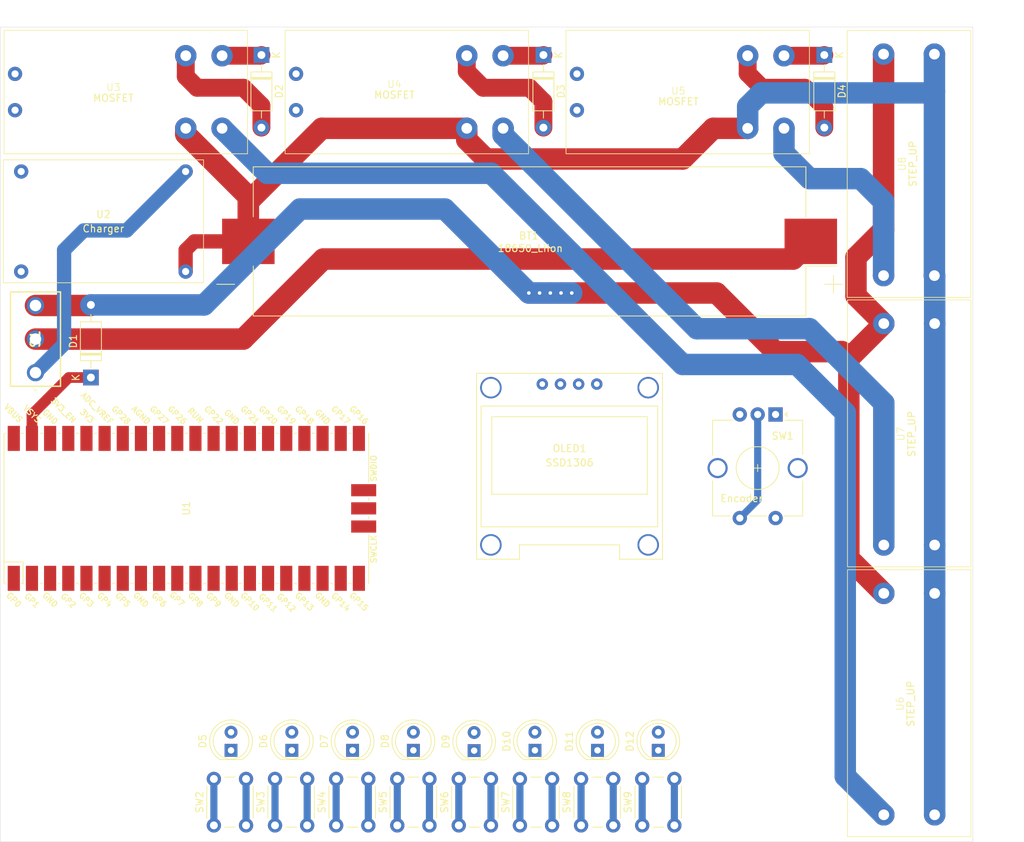
<source format=kicad_pcb>
(kicad_pcb (version 20240108) (generator "pcbnew") (generator_version "8.0")
  (title_block (title "LARS V2") (date "2024-04-01") (rev "1") (comment 1 "https://git.xythobuz.de/thomas/drumkit") (comment 2 "Licensed under the CERN-OHL-S-2.0+") (comment 4 "Copyright (c) 2024 Thomas Buck, Kauzerei"))
  (layers (0 "F.Cu" signal) (31 "B.Cu" signal) (34 "B.Paste" user) (35 "F.Paste" user) (36 "B.SilkS" user "B.Silkscreen") (37 "F.SilkS" user "F.Silkscreen") (38 "B.Mask" user) (39 "F.Mask" user) (44 "Edge.Cuts" user))
  (net 0 "")
  (net 3 "+BATT")
  (net 15 "Net-(D1-K)")
  (net 21 "Net-(U1-GPIO16)")
  (net 27 "GND")
  (net 29 "Net-(U1-GPIO17)")
  (net 44 "Net-(U1-GPIO18)")
  (net 45 "+3.3V")
  (net 46 "-BATT")
  (net 49 "unconnected-(SW2-Pad2)")
  (net 50 "unconnected-(SW2-Pad1)")
  (net 51 "unconnected-(SW3-Pad2)")
  (net 52 "unconnected-(SW3-Pad1)")
  (net 53 "unconnected-(SW4-Pad1)")
  (net 54 "unconnected-(SW4-Pad2)")
  (net 55 "unconnected-(SW5-Pad1)")
  (net 56 "unconnected-(SW5-Pad2)")
  (net 57 "Net-(D2-A)")
  (net 58 "Net-(D2-K)")
  (net 60 "Net-(D3-K)")
  (net 61 "Net-(D3-A)")
  (net 65 "Net-(D4-A)")
  (net 66 "Net-(D4-K)")
  (net 67 "Net-(U3-Vin+)")
  (net 69 "Net-(U4-Vin+)")
  (net 71 "Net-(U5-Vin+)")
  (net 72 "unconnected-(SW6-Pad2)")
  (net 73 "unconnected-(SW6-Pad1)")
  (net 74 "unconnected-(SW7-Pad1)")
  (net 75 "unconnected-(SW7-Pad2)")
  (net 76 "unconnected-(SW8-Pad1)")
  (net 77 "unconnected-(SW8-Pad2)")
  (net 78 "unconnected-(SW9-Pad2)")
  (net 79 "unconnected-(SW9-Pad1)")
  (net 100 "Net-(BT1-+)")
  (net 101 "Net-(S1-NO)")
  (footprint "Button_Switch_THT:SW_PUSH_6mm_H5mm" (layer "F.Cu") (at 112.7 152.5 90)
    (property "Reference" "SW2" (at 3.25 -2 -90) (layer "F.SilkS"))
    (property "Value" "SW_Push")
    (pad "1" thru_hole circle (at 0 0 180) (size 2 2) (drill 1.1) (layers "*.Cu" "*.Mask") (net 50 "unconnected-(SW2-Pad1)"))
    (pad "1" thru_hole circle (at 6.5 0 180) (size 2 2) (drill 1.1) (layers "*.Cu" "*.Mask") (net 50 "unconnected-(SW2-Pad1)"))
    (pad "2" thru_hole circle (at 0 4.5 180) (size 2 2) (drill 1.1) (layers "*.Cu" "*.Mask") (net 49 "unconnected-(SW2-Pad2)"))
    (pad "2" thru_hole circle (at 6.5 4.5 180) (size 2 2) (drill 1.1) (layers "*.Cu" "*.Mask") (net 49 "unconnected-(SW2-Pad2)"))
  )
  (footprint "chinese_modules:xy-mos" (layer "F.Cu") (at 117.406 41.244 180)
    (property "Reference" "U3" (at 18.76 -7.98 0) (layer "F.SilkS") (effects (font (thickness 0.1))))
    (property "Value" "MOSFET" (at 18.76 -9.48 0) (layer "F.SilkS"))
    (pad "1" thru_hole circle (at 3.556 -13.716 180) (size 3 3) (drill 1.5) (layers "*.Cu" "*.Mask") (net 67 "Net-(U3-Vin+)"))
    (pad "2" thru_hole circle (at 8.636 -13.716 180) (size 3 3) (drill 1.5) (layers "*.Cu" "*.Mask") (net 46 "-BATT"))
    (pad "3" thru_hole circle (at 3.556 -3.556 180) (size 3 3) (drill 1.5) (layers "*.Cu" "*.Mask") (net 58 "Net-(D2-K)"))
    (pad "4" thru_hole circle (at 8.636 -3.556 180) (size 3 3) (drill 1.5) (layers "*.Cu" "*.Mask") (net 57 "Net-(D2-A)"))
    (pad "5" thru_hole circle (at 32.512 -11.176 180) (size 2 2) (drill 1) (layers "*.Cu" "*.Mask"))
    (pad "6" thru_hole circle (at 32.512 -6.096 180) (size 2 2) (drill 1) (layers "*.Cu" "*.Mask"))
  )
  (footprint "Button_Switch_THT:SW_PUSH_6mm_H5mm" (layer "F.Cu") (at 121.25 152.5 90)
    (property "Reference" "SW3" (at 3.25 -2 -90) (layer "F.SilkS"))
    (property "Value" "SW_Push")
    (pad "1" thru_hole circle (at 0 0 180) (size 2 2) (drill 1.1) (layers "*.Cu" "*.Mask") (net 52 "unconnected-(SW3-Pad1)"))
    (pad "1" thru_hole circle (at 6.5 0 180) (size 2 2) (drill 1.1) (layers "*.Cu" "*.Mask") (net 52 "unconnected-(SW3-Pad1)"))
    (pad "2" thru_hole circle (at 0 4.5 180) (size 2 2) (drill 1.1) (layers "*.Cu" "*.Mask") (net 51 "unconnected-(SW3-Pad2)"))
    (pad "2" thru_hole circle (at 6.5 4.5 180) (size 2 2) (drill 1.1) (layers "*.Cu" "*.Mask") (net 51 "unconnected-(SW3-Pad2)"))
  )
  (footprint "Diode_THT:D_DO-41_SOD81_P10.16mm_Horizontal" (layer "F.Cu") (at 198.068 44.7 -90)
    (property "Reference" "D4" (at 5.08 -2.47 90) (layer "F.SilkS"))
    (property "Value" "1N5819")
    (fp_text user "K" (at 0 -2.1 90) (layer "F.SilkS"))
    (pad "1" thru_hole rect (at 0 0 270) (size 2.2 2.2) (drill 1.1) (layers "*.Cu" "*.Mask") (net 66 "Net-(D4-K)"))
    (pad "2" thru_hole oval (at 10.16 0 270) (size 2.2 2.2) (drill 1.1) (layers "*.Cu" "*.Mask") (net 65 "Net-(D4-A)"))
  )
  (footprint "chinese_modules:dc-dc module" (layer "F.Cu") (at 208.388 57.28 -90)
    (property "Reference" "U8" (at 2.652 -0.556 90) (layer "F.SilkS") (effects (font (thickness 0.1))))
    (property "Value" "STEP_UP" (at 2.652 -2.056 90) (layer "F.SilkS"))
    (pad "1" thru_hole circle (at -12.7 -5.08 270) (size 3 3) (drill 1.5) (layers "*.Cu" "*.Mask") (net 46 "-BATT"))
    (pad "2" thru_hole circle (at -12.7 2.032 270) (size 3 3) (drill 1.5) (layers "*.Cu" "*.Mask") (net 3 "+BATT"))
    (pad "3" thru_hole circle (at 18.288 -5.08 270) (size 3 3) (drill 1.5) (layers "*.Cu" "*.Mask") (net 46 "-BATT"))
    (pad "4" thru_hole circle (at 18.288 2.032 270) (size 3 3) (drill 1.5) (layers "*.Cu" "*.Mask") (net 71 "Net-(U5-Vin+)"))
  )
  (footprint "Button_Switch_THT:SW_PUSH_6mm_H5mm" (layer "F.Cu") (at 155.5 152.5 90)
    (property "Reference" "SW7" (at 3.25 -2 -90) (layer "F.SilkS"))
    (property "Value" "SW_Push")
    (pad "1" thru_hole circle (at 0 0 180) (size 2 2) (drill 1.1) (layers "*.Cu" "*.Mask") (net 74 "unconnected-(SW7-Pad1)"))
    (pad "1" thru_hole circle (at 6.5 0 180) (size 2 2) (drill 1.1) (layers "*.Cu" "*.Mask") (net 74 "unconnected-(SW7-Pad1)"))
    (pad "2" thru_hole circle (at 0 4.5 180) (size 2 2) (drill 1.1) (layers "*.Cu" "*.Mask") (net 75 "unconnected-(SW7-Pad2)"))
    (pad "2" thru_hole circle (at 6.5 4.5 180) (size 2 2) (drill 1.1) (layers "*.Cu" "*.Mask") (net 75 "unconnected-(SW7-Pad2)"))
  )
  (footprint "Rotary_Encoder:RotaryEncoder_Alps_EC12E-Switch_Vertical_H20mm_CircularMountingHoles" (layer "F.Cu") (at 191.25 95 -90)
    (property "Reference" "SW1" (at 3 -1 180) (layer "F.SilkS"))
    (property "Value" "Encoder" (at 11.75 4.75 180) (layer "F.SilkS"))
    (pad "A" thru_hole rect (at 0 0 270) (size 2 2) (drill 1) (layers "*.Cu" "*.Mask") (net 29 "Net-(U1-GPIO17)"))
    (pad "B" thru_hole circle (at 0 5 270) (size 2 2) (drill 1) (layers "*.Cu" "*.Mask") (net 44 "Net-(U1-GPIO18)"))
    (pad "C" thru_hole circle (at 0 2.5 270) (size 2 2) (drill 1) (layers "*.Cu" "*.Mask") (net 27 "GND"))
    (pad "MP" thru_hole circle (at 7.5 -3.1 270) (size 2.8 2.8) (drill 2.2) (layers "*.Cu" "*.Mask"))
    (pad "MP" thru_hole circle (at 7.5 8.1 270) (size 2.8 2.8) (drill 2.2) (layers "*.Cu" "*.Mask"))
    (pad "S1" thru_hole circle (at 14.5 0 270) (size 2 2) (drill 1) (layers "*.Cu" "*.Mask") (net 21 "Net-(U1-GPIO16)"))
    (pad "S2" thru_hole circle (at 14.5 5 270) (size 2 2) (drill 1) (layers "*.Cu" "*.Mask") (net 27 "GND"))
  )
  (footprint "Button_Switch_THT:SW_PUSH_6mm_H5mm" (layer "F.Cu") (at 138.35 152.5 90)
    (property "Reference" "SW5" (at 3.25 -2 -90) (layer "F.SilkS"))
    (property "Value" "SW_Push")
    (pad "1" thru_hole circle (at 0 0 180) (size 2 2) (drill 1.1) (layers "*.Cu" "*.Mask") (net 55 "unconnected-(SW5-Pad1)"))
    (pad "1" thru_hole circle (at 6.5 0 180) (size 2 2) (drill 1.1) (layers "*.Cu" "*.Mask") (net 55 "unconnected-(SW5-Pad1)"))
    (pad "2" thru_hole circle (at 0 4.5 180) (size 2 2) (drill 1.1) (layers "*.Cu" "*.Mask") (net 56 "unconnected-(SW5-Pad2)"))
    (pad "2" thru_hole circle (at 6.5 4.5 180) (size 2 2) (drill 1.1) (layers "*.Cu" "*.Mask") (net 56 "unconnected-(SW5-Pad2)"))
  )
  (footprint "Button_Switch_THT:SW_PUSH_6mm_H5mm" (layer "F.Cu") (at 129.8 152.5 90)
    (property "Reference" "SW4" (at 3.25 -2 -90) (layer "F.SilkS"))
    (property "Value" "SW_Push")
    (pad "1" thru_hole circle (at 0 0 180) (size 2 2) (drill 1.1) (layers "*.Cu" "*.Mask") (net 53 "unconnected-(SW4-Pad1)"))
    (pad "1" thru_hole circle (at 6.5 0 180) (size 2 2) (drill 1.1) (layers "*.Cu" "*.Mask") (net 53 "unconnected-(SW4-Pad1)"))
    (pad "2" thru_hole circle (at 0 4.5 180) (size 2 2) (drill 1.1) (layers "*.Cu" "*.Mask") (net 54 "unconnected-(SW4-Pad2)"))
    (pad "2" thru_hole circle (at 6.5 4.5 180) (size 2 2) (drill 1.1) (layers "*.Cu" "*.Mask") (net 54 "unconnected-(SW4-Pad2)"))
  )
  (footprint "KiCad-RP-Pico:RPi_Pico_SMD_only" (layer "F.Cu") (at 108.85 108.14 90)
    (property "Reference" "U1" (at 0 0 90) (layer "F.SilkS"))
    (property "Value" "Pico")
    (fp_text user "GP21" (at 13.054 8.9 135) (layer "F.SilkS") (effects (font (size 0.8 0.8))))
    (fp_text user "GP3" (at -12.8 -13.97 135) (layer "F.SilkS") (effects (font (size 0.8 0.8))))
    (fp_text user "GND" (at -12.8 -6.35 135) (layer "F.SilkS") (effects (font (size 0.8 0.8))))
    (fp_text user "GP15" (at -13.054 24.13 135) (layer "F.SilkS") (effects (font (size 0.8 0.8))))
    (fp_text user "GP19" (at 13.054 13.97 135) (layer "F.SilkS") (effects (font (size 0.8 0.8))))
    (fp_text user "GND" (at 12.8 6.35 135) (layer "F.SilkS") (effects (font (size 0.8 0.8))))
    (fp_text user "VBUS" (at 13.3 -24.2 135) (layer "F.SilkS") (effects (font (size 0.8 0.8))))
    (fp_text user "RUN" (at 13 1.27 135) (layer "F.SilkS") (effects (font (size 0.8 0.8))))
    (fp_text user "GP28" (at 13.054 -9.144 135) (layer "F.SilkS") (effects (font (size 0.8 0.8))))
    (fp_text user "GP0" (at -12.8 -24.13 135) (layer "F.SilkS") (effects (font (size 0.8 0.8))))
    (fp_text user "GP1" (at -12.9 -21.6 135) (layer "F.SilkS") (effects (font (size 0.8 0.8))))
    (fp_text user "GP27" (at 13.054 -3.8 135) (layer "F.SilkS") (effects (font (size 0.8 0.8))))
    (fp_text user "GND" (at -12.8 19.05 135) (layer "F.SilkS") (effects (font (size 0.8 0.8))))
    (fp_text user "3V3" (at 12.9 -13.9 135) (layer "F.SilkS") (effects (font (size 0.8 0.8))))
    (fp_text user "GP14" (at -13.1 21.59 135) (layer "F.SilkS") (effects (font (size 0.8 0.8))))
    (fp_text user "ADC_VREF" (at 14 -12.5 135) (layer "F.SilkS") (effects (font (size 0.8 0.8))))
    (fp_text user "GP12" (at -13.2 13.97 135) (layer "F.SilkS") (effects (font (size 0.8 0.8))))
    (fp_text user "GP16" (at 13.054 24.13 135) (layer "F.SilkS") (effects (font (size 0.8 0.8))))
    (fp_text user "GP18" (at 13.054 16.51 135) (layer "F.SilkS") (effects (font (size 0.8 0.8))))
    (fp_text user "GP26" (at 13.054 -1.27 135) (layer "F.SilkS") (effects (font (size 0.8 0.8))))
    (fp_text user "3V3_EN" (at 13.7 -17.2 135) (layer "F.SilkS") (effects (font (size 0.8 0.8))))
    (fp_text user "GP8" (at -12.8 1.27 135) (layer "F.SilkS") (effects (font (size 0.8 0.8))))
    (fp_text user "GP9" (at -12.8 3.81 135) (layer "F.SilkS") (effects (font (size 0.8 0.8))))
    (fp_text user "SWDIO" (at 5.6 26.2 90) (layer "F.SilkS") (effects (font (size 0.8 0.8))))
    (fp_text user "AGND" (at 13.054 -6.35 135) (layer "F.SilkS") (effects (font (size 0.8 0.8))))
    (fp_text user "GP10" (at -13.054 8.89 135) (layer "F.SilkS") (effects (font (size 0.8 0.8))))
    (fp_text user "GND" (at 12.8 19.05 135) (layer "F.SilkS") (effects (font (size 0.8 0.8))))
    (fp_text user "GP11" (at -13.2 11.43 135) (layer "F.SilkS") (effects (font (size 0.8 0.8))))
    (fp_text user "GP17" (at 13.054 21.59 135) (layer "F.SilkS") (effects (font (size 0.8 0.8))))
    (fp_text user "GP13" (at -13.054 16.51 135) (layer "F.SilkS") (effects (font (size 0.8 0.8))))
    (fp_text user "GP2" (at -12.9 -16.51 135) (layer "F.SilkS") (effects (font (size 0.8 0.8))))
    (fp_text user "SWCLK" (at -5.7 26.2 90) (layer "F.SilkS") (effects (font (size 0.8 0.8))))
    (fp_text user "GP20" (at 13.054 11.43 135) (layer "F.SilkS") (effects (font (size 0.8 0.8))))
    (fp_text user "GND" (at 12.8 -19.05 135) (layer "F.SilkS") (effects (font (size 0.8 0.8))))
    (fp_text user "GP5" (at -12.8 -8.89 135) (layer "F.SilkS") (effects (font (size 0.8 0.8))))
    (fp_text user "GND" (at -12.8 6.35 135) (layer "F.SilkS") (effects (font (size 0.8 0.8))))
    (fp_text user "GP7" (at -12.7 -1.3 135) (layer "F.SilkS") (effects (font (size 0.8 0.8))))
    (fp_text user "GP6" (at -12.8 -3.81 135) (layer "F.SilkS") (effects (font (size 0.8 0.8))))
    (fp_text user "GP22" (at 13.054 3.81 135) (layer "F.SilkS") (effects (font (size 0.8 0.8))))
    (fp_text user "GP4" (at -12.8 -11.43 135) (layer "F.SilkS") (effects (font (size 0.8 0.8))))
    (fp_text user "GND" (at -12.8 -19.05 135) (layer "F.SilkS") (effects (font (size 0.8 0.8))))
    (fp_text user "VSYS" (at 13.2 -21.59 135) (layer "F.SilkS") (effects (font (size 0.8 0.8))))
    (pad "" np_thru_hole oval (at -2.725 -24 90) (size 1.8 1.8) (drill 1.8) (layers "*.Cu" "*.Mask"))
    (pad "" np_thru_hole oval (at -2.425 -20.97 90) (size 1.5 1.5) (drill 1.5) (layers "*.Cu" "*.Mask"))
    (pad "" np_thru_hole oval (at 2.425 -20.97 90) (size 1.5 1.5) (drill 1.5) (layers "*.Cu" "*.Mask"))
    (pad "" np_thru_hole oval (at 2.725 -24 90) (size 1.8 1.8) (drill 1.8) (layers "*.Cu" "*.Mask"))
    (pad "1" smd rect (at -8.89 -24.13 90) (size 3.5 1.7) (drill (offset -0.9 0)) (layers "F.Cu" "F.Mask"))
    (pad "2" smd rect (at -8.89 -21.59 90) (size 3.5 1.7) (drill (offset -0.9 0)) (layers "F.Cu" "F.Mask"))
    (pad "3" smd rect (at -8.89 -19.05 90) (size 3.5 1.7) (drill (offset -0.9 0)) (layers "F.Cu" "F.Mask"))
    (pad "4" smd rect (at -8.89 -16.51 90) (size 3.5 1.7) (drill (offset -0.9 0)) (layers "F.Cu" "F.Mask"))
    (pad "5" smd rect (at -8.89 -13.97 90) (size 3.5 1.7) (drill (offset -0.9 0)) (layers "F.Cu" "F.Mask"))
    (pad "6" smd rect (at -8.89 -11.43 90) (size 3.5 1.7) (drill (offset -0.9 0)) (layers "F.Cu" "F.Mask"))
    (pad "7" smd rect (at -8.89 -8.89 90) (size 3.5 1.7) (drill (offset -0.9 0)) (layers "F.Cu" "F.Mask"))
    (pad "8" smd rect (at -8.89 -6.35 90) (size 3.5 1.7) (drill (offset -0.9 0)) (layers "F.Cu" "F.Mask"))
    (pad "9" smd rect (at -8.89 -3.81 90) (size 3.5 1.7) (drill (offset -0.9 0)) (layers "F.Cu" "F.Mask"))
    (pad "10" smd rect (at -8.89 -1.27 90) (size 3.5 1.7) (drill (offset -0.9 0)) (layers "F.Cu" "F.Mask"))
    (pad "11" smd rect (at -8.89 1.27 90) (size 3.5 1.7) (drill (offset -0.9 0)) (layers "F.Cu" "F.Mask"))
    (pad "12" smd rect (at -8.89 3.81 90) (size 3.5 1.7) (drill (offset -0.9 0)) (layers "F.Cu" "F.Mask"))
    (pad "13" smd rect (at -8.89 6.35 90) (size 3.5 1.7) (drill (offset -0.9 0)) (layers "F.Cu" "F.Mask"))
    (pad "14" smd rect (at -8.89 8.89 90) (size 3.5 1.7) (drill (offset -0.9 0)) (layers "F.Cu" "F.Mask"))
    (pad "15" smd rect (at -8.89 11.43 90) (size 3.5 1.7) (drill (offset -0.9 0)) (layers "F.Cu" "F.Mask"))
    (pad "16" smd rect (at -8.89 13.97 90) (size 3.5 1.7) (drill (offset -0.9 0)) (layers "F.Cu" "F.Mask"))
    (pad "17" smd rect (at -8.89 16.51 90) (size 3.5 1.7) (drill (offset -0.9 0)) (layers "F.Cu" "F.Mask"))
    (pad "18" smd rect (at -8.89 19.05 90) (size 3.5 1.7) (drill (offset -0.9 0)) (layers "F.Cu" "F.Mask"))
    (pad "19" smd rect (at -8.89 21.59 90) (size 3.5 1.7) (drill (offset -0.9 0)) (layers "F.Cu" "F.Mask"))
    (pad "20" smd rect (at -8.89 24.13 90) (size 3.5 1.7) (drill (offset -0.9 0)) (layers "F.Cu" "F.Mask"))
    (pad "21" smd rect (at 8.89 24.13 90) (size 3.5 1.7) (drill (offset 0.9 0)) (layers "F.Cu" "F.Mask") (net 21 "Net-(U1-GPIO16)"))
    (pad "22" smd rect (at 8.89 21.59 90) (size 3.5 1.7) (drill (offset 0.9 0)) (layers "F.Cu" "F.Mask") (net 29 "Net-(U1-GPIO17)"))
    (pad "23" smd rect (at 8.89 19.05 90) (size 3.5 1.7) (drill (offset 0.9 0)) (layers "F.Cu" "F.Mask"))
    (pad "24" smd rect (at 8.89 16.51 90) (size 3.5 1.7) (drill (offset 0.9 0)) (layers "F.Cu" "F.Mask") (net 44 "Net-(U1-GPIO18)"))
    (pad "25" smd rect (at 8.89 13.97 90) (size 3.5 1.7) (drill (offset 0.9 0)) (layers "F.Cu" "F.Mask"))
    (pad "26" smd rect (at 8.89 11.43 90) (size 3.5 1.7) (drill (offset 0.9 0)) (layers "F.Cu" "F.Mask"))
    (pad "27" smd rect (at 8.89 8.89 90) (size 3.5 1.7) (drill (offset 0.9 0)) (layers "F.Cu" "F.Mask"))
    (pad "28" smd rect (at 8.89 6.35 90) (size 3.5 1.7) (drill (offset 0.9 0)) (layers "F.Cu" "F.Mask"))
    (pad "29" smd rect (at 8.89 3.81 90) (size 3.5 1.7) (drill (offset 0.9 0)) (layers "F.Cu" "F.Mask"))
    (pad "30" smd rect (at 8.89 1.27 90) (size 3.5 1.7) (drill (offset 0.9 0)) (layers "F.Cu" "F.Mask"))
    (pad "31" smd rect (at 8.89 -1.27 90) (size 3.5 1.7) (drill (offset 0.9 0)) (layers "F.Cu" "F.Mask"))
    (pad "32" smd rect (at 8.89 -3.81 90) (size 3.5 1.7) (drill (offset 0.9 0)) (layers "F.Cu" "F.Mask"))
    (pad "33" smd rect (at 8.89 -6.35 90) (size 3.5 1.7) (drill (offset 0.9 0)) (layers "F.Cu" "F.Mask"))
    (pad "34" smd rect (at 8.89 -8.89 90) (size 3.5 1.7) (drill (offset 0.9 0)) (layers "F.Cu" "F.Mask"))
    (pad "35" smd rect (at 8.89 -11.43 90) (size 3.5 1.7) (drill (offset 0.9 0)) (layers "F.Cu" "F.Mask"))
    (pad "36" smd rect (at 8.89 -13.97 90) (size 3.5 1.7) (drill (offset 0.9 0)) (layers "F.Cu" "F.Mask") (net 45 "+3.3V"))
    (pad "37" smd rect (at 8.89 -16.51 90) (size 3.5 1.7) (drill (offset 0.9 0)) (layers "F.Cu" "F.Mask"))
    (pad "38" smd rect (at 8.89 -19.05 90) (size 3.5 1.7) (drill (offset 0.9 0)) (layers "F.Cu" "F.Mask"))
    (pad "39" smd rect (at 8.89 -21.59 90) (size 3.5 1.7) (drill (offset 0.9 0)) (layers "F.Cu" "F.Mask") (net 15 "Net-(D1-K)"))
    (pad "40" smd rect (at 8.89 -24.13 90) (size 3.5 1.7) (drill (offset 0.9 0)) (layers "F.Cu" "F.Mask"))
    (pad "41" smd rect (at -2.54 23.9 180) (size 3.5 1.7) (drill (offset -0.9 0)) (layers "F.Cu" "F.Mask"))
    (pad "42" smd rect (at 0 23.9 180) (size 3.5 1.7) (drill (offset -0.9 0)) (layers "F.Cu" "F.Mask"))
    (pad "43" smd rect (at 2.54 23.9 180) (size 3.5 1.7) (drill (offset -0.9 0)) (layers "F.Cu" "F.Mask"))
  )
  (footprint "chinese_modules:dc-dc module" (layer "F.Cu") (at 208.42 94.98 -90)
    (property "Reference" "U7" (at 2.752 -0.364 90) (layer "F.SilkS") (effects (font (thickness 0.1))))
    (property "Value" "STEP_UP" (at 2.752 -1.864 90) (layer "F.SilkS"))
    (pad "1" thru_hole circle (at -12.7 -5.08 270) (size 3 3) (drill 1.5) (layers "*.Cu" "*.Mask") (net 46 "-BATT"))
    (pad "2" thru_hole circle (at -12.7 2.032 270) (size 3 3) (drill 1.5) (layers "*.Cu" "*.Mask") (net 3 "+BATT"))
    (pad "3" thru_hole circle (at 18.288 -5.08 270) (size 3 3) (drill 1.5) (layers "*.Cu" "*.Mask") (net 46 "-BATT"))
    (pad "4" thru_hole circle (at 18.288 2.032 270) (size 3 3) (drill 1.5) (layers "*.Cu" "*.Mask") (net 69 "Net-(U4-Vin+)"))
  )
  (footprint "Diode_THT:D_DO-41_SOD81_P10.16mm_Horizontal" (layer "F.Cu") (at 119.35 44.7 -90)
    (property "Reference" "D2" (at 5.08 -2.47 90) (layer "F.SilkS"))
    (property "Value" "1N5819")
    (fp_text user "K" (at 0 -2.1 90) (layer "F.SilkS"))
    (pad "1" thru_hole rect (at 0 0 270) (size 2.2 2.2) (drill 1.1) (layers "*.Cu" "*.Mask") (net 58 "Net-(D2-K)"))
    (pad "2" thru_hole oval (at 10.16 0 270) (size 2.2 2.2) (drill 1.1) (layers "*.Cu" "*.Mask") (net 57 "Net-(D2-A)"))
  )
  (footprint "LED_THT:LED_D5.0mm" (layer "F.Cu") (at 174.85 142 90)
    (property "Reference" "D12" (at 1.27 -3.96 -90) (layer "F.SilkS"))
    (property "Value" "LED")
    (pad "1" thru_hole rect (at 0 0 90) (size 1.8 1.8) (drill 0.9) (layers "*.Cu" "*.Mask"))
    (pad "2" thru_hole circle (at 2.54 0 90) (size 1.8 1.8) (drill 0.9) (layers "*.Cu" "*.Mask"))
  )
  (footprint "chinese_modules:xy-mos" (layer "F.Cu") (at 195.986 41.244 180)
    (property "Reference" "U5" (at 18.324 -8.476 0) (layer "F.SilkS") (effects (font (thickness 0.1))))
    (property "Value" "MOSFET" (at 18.324 -9.976 0) (layer "F.SilkS"))
    (pad "1" thru_hole circle (at 3.556 -13.716 180) (size 3 3) (drill 1.5) (layers "*.Cu" "*.Mask") (net 71 "Net-(U5-Vin+)"))
    (pad "2" thru_hole circle (at 8.636 -13.716 180) (size 3 3) (drill 1.5) (layers "*.Cu" "*.Mask") (net 46 "-BATT"))
    (pad "3" thru_hole circle (at 3.556 -3.556 180) (size 3 3) (drill 1.5) (layers "*.Cu" "*.Mask") (net 66 "Net-(D4-K)"))
    (pad "4" thru_hole circle (at 8.636 -3.556 180) (size 3 3) (drill 1.5) (layers "*.Cu" "*.Mask") (net 65 "Net-(D4-A)"))
    (pad "5" thru_hole circle (at 32.512 -11.176 180) (size 2 2) (drill 1) (layers "*.Cu" "*.Mask"))
    (pad "6" thru_hole circle (at 32.512 -6.096 180) (size 2 2) (drill 1) (layers "*.Cu" "*.Mask"))
  )
  (footprint "ssd1306:SSD1306_0.96_Oled" (layer "F.Cu") (at 149.44 115.25)
    (property "Reference" "OLED1" (at 13 -15.5 0) (layer "F.SilkS"))
    (property "Value" "SSD1306" (at 13 -13.5 0) (layer "F.SilkS"))
    (pad "" np_thru_hole circle (at 2 -24) (size 3 3) (drill 2.5) (layers "F&B.Cu" "*.Mask"))
    (pad "" np_thru_hole circle (at 2 -2) (size 3 3) (drill 2.5) (layers "F&B.Cu" "*.Mask"))
    (pad "" np_thru_hole circle (at 24 -24) (size 3 3) (drill 2.5) (layers "F&B.Cu" "*.Mask"))
    (pad "" np_thru_hole circle (at 24 -2) (size 3 3) (drill 2.5) (layers "F&B.Cu" "*.Mask"))
    (pad "1" thru_hole circle (at 9.19 -24.5) (size 1.6 1.6) (drill 0.8) (layers "*.Cu" "*.Mask"))
    (pad "2" thru_hole circle (at 11.73 -24.5) (size 1.6 1.6) (drill 0.8) (layers "*.Cu" "*.Mask"))
    (pad "3" thru_hole circle (at 14.27 -24.5) (size 1.6 1.6) (drill 0.8) (layers "*.Cu" "*.Mask"))
    (pad "4" thru_hole circle (at 16.81 -24.5) (size 1.6 1.6) (drill 0.8) (layers "*.Cu" "*.Mask"))
  )
  (footprint "LED_THT:LED_D5.0mm" (layer "F.Cu") (at 149.1 142.04 90)
    (property "Reference" "D9" (at 1.27 -3.96 -90) (layer "F.SilkS"))
    (property "Value" "LED")
    (pad "1" thru_hole rect (at 0 0 90) (size 1.8 1.8) (drill 0.9) (layers "*.Cu" "*.Mask"))
    (pad "2" thru_hole circle (at 2.54 0 90) (size 1.8 1.8) (drill 0.9) (layers "*.Cu" "*.Mask"))
  )
  (footprint "Diode_THT:D_DO-41_SOD81_P10.16mm_Horizontal" (layer "F.Cu") (at 95.5 89.83 90)
    (property "Reference" "D1" (at 5.08 -2.47 -90) (layer "F.SilkS"))
    (property "Value" "1N5819")
    (fp_text user "K" (at 0 -2.1 -90) (layer "F.SilkS"))
    (pad "1" thru_hole rect (at 0 0 90) (size 2.2 2.2) (drill 1.1) (layers "*.Cu" "*.Mask") (net 15 "Net-(D1-K)"))
    (pad "2" thru_hole oval (at 10.16 0 90) (size 2.2 2.2) (drill 1.1) (layers "*.Cu" "*.Mask") (net 3 "+BATT"))
  )
  (footprint "Battery:BatteryHolder_Keystone_1042_1x18650" (layer "F.Cu") (at 156.85 70.78 180)
    (property "Reference" "BT1" (at 0.1 0.78 180) (layer "F.SilkS"))
    (property "Value" "18650_LiIon" (at -0.1 -0.97 180) (layer "F.SilkS"))
    (pad "" np_thru_hole circle (at -35.93 -8 180) (size 2.39 2.39) (drill 2.39) (layers "*.Cu" "*.Mask"))
    (pad "" np_thru_hole circle (at -27.6 8 180) (size 3.45 3.45) (drill 3.45) (layers "*.Cu" "*.Mask"))
    (pad "" np_thru_hole circle (at 27.6 -8 180) (size 3.45 3.45) (drill 3.45) (layers "*.Cu" "*.Mask"))
    (pad "1" smd rect (at -39.33 0 180) (size 7.34 6.35) (layers "F.Cu" "F.Paste" "F.Mask") (net 100 "Net-(BT1-+)"))
    (pad "2" smd rect (at 39.33 0 180) (size 7.34 6.35) (layers "F.Cu" "F.Paste" "F.Mask") (net 46 "-BATT"))
  )
  (footprint "Button_Switch_THT:SW_PUSH_6mm_H5mm" (layer "F.Cu") (at 164.05 152.5 90)
    (property "Reference" "SW8" (at 3.25 -2 -90) (layer "F.SilkS"))
    (property "Value" "SW_Push")
    (pad "1" thru_hole circle (at 0 0 180) (size 2 2) (drill 1.1) (layers "*.Cu" "*.Mask") (net 76 "unconnected-(SW8-Pad1)"))
    (pad "1" thru_hole circle (at 6.5 0 180) (size 2 2) (drill 1.1) (layers "*.Cu" "*.Mask") (net 76 "unconnected-(SW8-Pad1)"))
    (pad "2" thru_hole circle (at 0 4.5 180) (size 2 2) (drill 1.1) (layers "*.Cu" "*.Mask") (net 77 "unconnected-(SW8-Pad2)"))
    (pad "2" thru_hole circle (at 6.5 4.5 180) (size 2 2) (drill 1.1) (layers "*.Cu" "*.Mask") (net 77 "unconnected-(SW8-Pad2)"))
  )
  (footprint "Diode_THT:D_DO-41_SOD81_P10.16mm_Horizontal" (layer "F.Cu") (at 158.786 44.7 -90)
    (property "Reference" "D3" (at 5.08 -2.47 90) (layer "F.SilkS"))
    (property "Value" "1N5819")
    (fp_text user "K" (at 0 -2.1 90) (layer "F.SilkS"))
    (pad "1" thru_hole rect (at 0 0 270) (size 2.2 2.2) (drill 1.1) (layers "*.Cu" "*.Mask") (net 60 "Net-(D3-K)"))
    (pad "2" thru_hole oval (at 10.16 0 270) (size 2.2 2.2) (drill 1.1) (layers "*.Cu" "*.Mask") (net 61 "Net-(D3-A)"))
  )
  (footprint "LED_THT:LED_D5.0mm" (layer "F.Cu") (at 157.6 142 90)
    (property "Reference" "D10" (at 1.27 -3.96 -90) (layer "F.SilkS"))
    (property "Value" "LED")
    (pad "1" thru_hole rect (at 0 0 90) (size 1.8 1.8) (drill 0.9) (layers "*.Cu" "*.Mask"))
    (pad "2" thru_hole circle (at 2.54 0 90) (size 1.8 1.8) (drill 0.9) (layers "*.Cu" "*.Mask"))
  )
  (footprint "LED_THT:LED_D5.0mm" (layer "F.Cu") (at 115.1 142 90)
    (property "Reference" "D5" (at 1.27 -3.96 -90) (layer "F.SilkS"))
    (property "Value" "LED")
    (pad "1" thru_hole rect (at 0 0 90) (size 1.8 1.8) (drill 0.9) (layers "*.Cu" "*.Mask"))
    (pad "2" thru_hole circle (at 2.54 0 90) (size 1.8 1.8) (drill 0.9) (layers "*.Cu" "*.Mask"))
  )
  (footprint "5236ab:5236AB" (layer "F.Cu") (at 87.75 89.15 90)
    (property "Reference" "S1" (at 4.7 0 -90) (layer "F.SilkS") (effects (font (size 1.27 1.27) (thickness 0.254))))
    (property "Value" "5236AB" (hide yes))
    (pad "1" thru_hole circle (at 0 0 90) (size 2.4 2.4) (drill 1.6) (layers "*.Cu" "*.Mask") (net 101 "Net-(S1-NO)"))
    (pad "2" thru_hole circle (at 4.7 0 90) (size 2.4 2.4) (drill 1.6) (layers "*.Cu" "*.Mask") (net 100 "Net-(BT1-+)"))
    (pad "3" thru_hole circle (at 9.4 0 90) (size 2.4 2.4) (drill 1.6) (layers "*.Cu" "*.Mask") (net 3 "+BATT"))
  )
  (footprint "LED_THT:LED_D5.0mm" (layer "F.Cu") (at 123.6 142 90)
    (property "Reference" "D6" (at 1.27 -3.96 -90) (layer "F.SilkS"))
    (property "Value" "LED")
    (pad "1" thru_hole rect (at 0 0 90) (size 1.8 1.8) (drill 0.9) (layers "*.Cu" "*.Mask"))
    (pad "2" thru_hole circle (at 2.54 0 90) (size 1.8 1.8) (drill 0.9) (layers "*.Cu" "*.Mask"))
  )
  (footprint "Button_Switch_THT:SW_PUSH_6mm_H5mm" (layer "F.Cu") (at 146.95 152.5 90)
    (property "Reference" "SW6" (at 3.25 -2 -90) (layer "F.SilkS"))
    (property "Value" "SW_Push")
    (pad "1" thru_hole circle (at 0 0 180) (size 2 2) (drill 1.1) (layers "*.Cu" "*.Mask") (net 73 "unconnected-(SW6-Pad1)"))
    (pad "1" thru_hole circle (at 6.5 0 180) (size 2 2) (drill 1.1) (layers "*.Cu" "*.Mask") (net 73 "unconnected-(SW6-Pad1)"))
    (pad "2" thru_hole circle (at 0 4.5 180) (size 2 2) (drill 1.1) (layers "*.Cu" "*.Mask") (net 72 "unconnected-(SW6-Pad2)"))
    (pad "2" thru_hole circle (at 6.5 4.5 180) (size 2 2) (drill 1.1) (layers "*.Cu" "*.Mask") (net 72 "unconnected-(SW6-Pad2)"))
  )
  (footprint "chinese_modules:charger" (layer "F.Cu") (at 97.25 68)
    (property "Reference" "U2" (hide yes))
    (property "Value" "Charger" (at 0 1 0) (layer "F.SilkS"))
    (fp_text user "${REFERENCE}" (at 0 -1 0) (layer "F.SilkS"))
    (pad "1" thru_hole circle (at -11.5 -7) (size 2 2) (drill 1) (layers "*.Cu" "*.Mask"))
    (pad "2" thru_hole circle (at -11.5 7) (size 2 2) (drill 1) (layers "*.Cu" "*.Mask"))
    (pad "3" thru_hole circle (at 11.5 -7) (size 2 2) (drill 1) (layers "*.Cu" "*.Mask") (net 101 "Net-(S1-NO)"))
    (pad "4" thru_hole circle (at 11.5 7) (size 2 2) (drill 1) (layers "*.Cu" "*.Mask") (net 46 "-BATT"))
  )
  (footprint "LED_THT:LED_D5.0mm" (layer "F.Cu") (at 166.35 142 90)
    (property "Reference" "D11" (at 1.27 -3.96 -90) (layer "F.SilkS"))
    (property "Value" "LED")
    (pad "1" thru_hole rect (at 0 0 90) (size 1.8 1.8) (drill 0.9) (layers "*.Cu" "*.Mask"))
    (pad "2" thru_hole circle (at 2.54 0 90) (size 1.8 1.8) (drill 0.9) (layers "*.Cu" "*.Mask"))
  )
  (footprint "chinese_modules:xy-mos" (layer "F.Cu") (at 156.704 41.244 180)
    (property "Reference" "U4" (at 18.76 -7.548 0) (layer "F.SilkS") (effects (font (thickness 0.1))))
    (property "Value" "MOSFET" (at 18.76 -9.048 0) (layer "F.SilkS"))
    (pad "1" thru_hole circle (at 3.556 -13.716 180) (size 3 3) (drill 1.5) (layers "*.Cu" "*.Mask") (net 69 "Net-(U4-Vin+)"))
    (pad "2" thru_hole circle (at 8.636 -13.716 180) (size 3 3) (drill 1.5) (layers "*.Cu" "*.Mask") (net 46 "-BATT"))
    (pad "3" thru_hole circle (at 3.556 -3.556 180) (size 3 3) (drill 1.5) (layers "*.Cu" "*.Mask") (net 60 "Net-(D3-K)"))
    (pad "4" thru_hole circle (at 8.636 -3.556 180) (size 3 3) (drill 1.5) (layers "*.Cu" "*.Mask") (net 61 "Net-(D3-A)"))
    (pad "5" thru_hole circle (at 32.512 -11.176 180) (size 2 2) (drill 1) (layers "*.Cu" "*.Mask"))
    (pad "6" thru_hole circle (at 32.512 -6.096 180) (size 2 2) (drill 1) (layers "*.Cu" "*.Mask"))
  )
  (footprint "chinese_modules:dc-dc module" (layer "F.Cu") (at 208.42 132.73 -90)
    (property "Reference" "U6" (at 2.752 -0.236 90) (layer "F.SilkS") (effects (font (thickness 0.1))))
    (property "Value" "STEP_UP" (at 2.752 -1.736 90) (layer "F.SilkS"))
    (pad "1" thru_hole circle (at -12.7 -5.08 270) (size 3 3) (drill 1.5) (layers "*.Cu" "*.Mask") (net 46 "-BATT"))
    (pad "2" thru_hole circle (at -12.7 2.032 270) (size 3 3) (drill 1.5) (layers "*.Cu" "*.Mask") (net 3 "+BATT"))
    (pad "3" thru_hole circle (at 18.288 -5.08 270) (size 3 3) (drill 1.5) (layers "*.Cu" "*.Mask") (net 46 "-BATT"))
    (pad "4" thru_hole circle (at 18.288 2.032 270) (size 3 3) (drill 1.5) (layers "*.Cu" "*.Mask") (net 67 "Net-(U3-Vin+)"))
  )
  (footprint "LED_THT:LED_D5.0mm" (layer "F.Cu") (at 140.6 142 90)
    (property "Reference" "D8" (at 1.27 -3.96 -90) (layer "F.SilkS"))
    (property "Value" "LED")
    (pad "1" thru_hole rect (at 0 0 90) (size 1.8 1.8) (drill 0.9) (layers "*.Cu" "*.Mask"))
    (pad "2" thru_hole circle (at 2.54 0 90) (size 1.8 1.8) (drill 0.9) (layers "*.Cu" "*.Mask"))
  )
  (footprint "LED_THT:LED_D5.0mm" (layer "F.Cu") (at 132.1 142 90)
    (property "Reference" "D7" (at 1.27 -3.96 -90) (layer "F.SilkS"))
    (property "Value" "LED")
    (pad "1" thru_hole rect (at 0 0 90) (size 1.8 1.8) (drill 0.9) (layers "*.Cu" "*.Mask"))
    (pad "2" thru_hole circle (at 2.54 0 90) (size 1.8 1.8) (drill 0.9) (layers "*.Cu" "*.Mask"))
  )
  (footprint "Button_Switch_THT:SW_PUSH_6mm_H5mm" (layer "F.Cu") (at 172.6 152.5 90)
    (property "Reference" "SW9" (at 3.25 -2 -90) (layer "F.SilkS"))
    (property "Value" "SW_Push")
    (pad "1" thru_hole circle (at 0 0 180) (size 2 2) (drill 1.1) (layers "*.Cu" "*.Mask") (net 79 "unconnected-(SW9-Pad1)"))
    (pad "1" thru_hole circle (at 6.5 0 180) (size 2 2) (drill 1.1) (layers "*.Cu" "*.Mask") (net 79 "unconnected-(SW9-Pad1)"))
    (pad "2" thru_hole circle (at 0 4.5 180) (size 2 2) (drill 1.1) (layers "*.Cu" "*.Mask") (net 78 "unconnected-(SW9-Pad2)"))
    (pad "2" thru_hole circle (at 6.5 4.5 180) (size 2 2) (drill 1.1) (layers "*.Cu" "*.Mask") (net 78 "unconnected-(SW9-Pad2)"))
  )
  (gr_rect (start 82.85 40.78) (end 218.85 154.78) (stroke (width 0.05)) (fill none) (layer "Edge.Cuts"))
  (segment (start 183 78) (end 156.75 78) (width 3) (layer "F.Cu") (net 3))
  (segment (start 206.356 44.58) (end 206.356 69.144) (width 3) (layer "F.Cu") (net 3))
  (segment (start 200.541 86.209) (end 191.209 86.209) (width 3) (layer "F.Cu") (net 3))
  (segment (start 202.5 73) (end 202.5 78.392) (width 3) (layer "F.Cu") (net 3))
  (segment (start 201.5 87.168) (end 206.388 82.28) (width 3) (layer "F.Cu") (net 3))
  (segment (start 206.356 69.144) (end 202.5 73) (width 3) (layer "F.Cu") (net 3))
  (segment (start 206.388 120.03) (end 201.5 115.142) (width 3) (layer "F.Cu") (net 3))
  (segment (start 202.5 78.392) (end 206.388 82.28) (width 3) (layer "F.Cu") (net 3))
  (segment (start 87.75 79.75) (end 95.42 79.75) (width 3) (layer "F.Cu") (net 3))
  (segment (start 95.42 79.75) (end 95.5 79.67) (width 3) (layer "F.Cu") (net 3))
  (segment (start 191.209 86.209) (end 183 78) (width 3) (layer "F.Cu") (net 3))
  (segment (start 201.5 115.142) (end 201.5 87.168) (width 3) (layer "F.Cu") (net 3))
  (segment (start 201.5 87.168) (end 200.541 86.209) (width 3) (layer "F.Cu") (net 3))
  (via (at 161.25 78) (size 1) (drill 0.5) (layers "F.Cu" "B.Cu") (net 3))
  (via (at 162.75 78) (size 1) (drill 0.5) (layers "F.Cu" "B.Cu") (net 3))
  (via (at 159.75 78) (size 1) (drill 0.5) (layers "F.Cu" "B.Cu") (net 3))
  (via (at 158.25 78) (size 1) (drill 0.5) (layers "F.Cu" "B.Cu") (net 3))
  (via (at 156.75 78) (size 1) (drill 0.5) (layers "F.Cu" "B.Cu") (net 3))
  (segment (start 161.25 78) (end 162.75 78) (width 3) (layer "B.Cu") (net 3))
  (segment (start 124.75 66.25) (end 111.33 79.67) (width 3) (layer "B.Cu") (net 3))
  (segment (start 111.33 79.67) (end 95.5 79.67) (width 3) (layer "B.Cu") (net 3))
  (segment (start 159.75 78) (end 161.25 78) (width 3) (layer "B.Cu") (net 3))
  (segment (start 158.25 78) (end 159.75 78) (width 3) (layer "B.Cu") (net 3))
  (segment (start 156.75 78) (end 158.25 78) (width 3) (layer "B.Cu") (net 3))
  (segment (start 156.75 78) (end 145 66.25) (width 3) (layer "B.Cu") (net 3))
  (segment (start 145 66.25) (end 124.75 66.25) (width 3) (layer "B.Cu") (net 3))
  (segment (start 92.42 89.83) (end 95.5 89.83) (width 1.5) (layer "F.Cu") (net 15))
  (segment (start 87.26 94.99) (end 92.42 89.83) (width 1.5) (layer "F.Cu") (net 15))
  (segment (start 87.26 99.25) (end 87.26 94.99) (width 1.5) (layer "F.Cu") (net 15))
  (segment (start 188.75 107) (end 186.25 109.5) (width 1) (layer "B.Cu") (net 27))
  (segment (start 188.75 95) (end 188.75 107) (width 1) (layer "B.Cu") (net 27))
  (segment (start 182.54 54.96) (end 187.35 54.96) (width 3) (layer "F.Cu") (net 46))
  (segment (start 108.75 72) (end 109.97 70.78) (width 2) (layer "F.Cu") (net 46))
  (segment (start 108.77 54.96) (end 108.77 55.77) (width 3) (layer "F.Cu") (net 46))
  (segment (start 109.97 70.78) (end 117.52 70.78) (width 2) (layer "F.Cu") (net 46))
  (segment (start 148.068 54.96) (end 148.068 56.568) (width 3) (layer "F.Cu") (net 46))
  (segment (start 148.068 56.568) (end 150.75 59.25) (width 3) (layer "F.Cu") (net 46))
  (segment (start 108.75 75) (end 108.75 72) (width 2) (layer "F.Cu") (net 46))
  (segment (start 148.068 54.96) (end 127.79 54.96) (width 3) (layer "F.Cu") (net 46))
  (segment (start 117.52 65.23) (end 117.52 70.78) (width 3) (layer "F.Cu") (net 46))
  (segment (start 117.52 64.52) (end 117.52 70.78) (width 3) (layer "F.Cu") (net 46))
  (segment (start 150.75 59.25) (end 178.25 59.25) (width 3) (layer "F.Cu") (net 46))
  (segment (start 178.25 59.25) (end 182.54 54.96) (width 3) (layer "F.Cu") (net 46))
  (segment (start 108.77 55.77) (end 117.52 64.52) (width 3) (layer "F.Cu") (net 46))
  (segment (start 127.79 54.96) (end 117.52 65.23) (width 3) (layer "F.Cu") (net 46))
  (segment (start 213.5 120.03) (end 213.5 151.018) (width 3) (layer "B.Cu") (net 46))
  (segment (start 213.5 82.28) (end 213.5 75.6) (width 3) (layer "B.Cu") (net 46))
  (segment (start 189.25 50) (end 213.218 50) (width 3) (layer "B.Cu") (net 46))
  (segment (start 213.5 120.03) (end 213.5 113.268) (width 3) (layer "B.Cu") (net 46))
  (segment (start 213.218 50) (end 213.468 49.75) (width 3) (layer "B.Cu") (net 46))
  (segment (start 213.468 44.58) (end 213.468 49.75) (width 3) (layer "B.Cu") (net 46))
  (segment (start 213.468 49.75) (end 213.468 75.568) (width 3) (layer "B.Cu") (net 46))
  (segment (start 187.35 54.96) (end 187.35 51.9) (width 3) (layer "B.Cu") (net 46))
  (segment (start 213.5 82.28) (end 213.5 113.268) (width 3) (layer "B.Cu") (net 46))
  (segment (start 187.35 51.9) (end 189.25 50) (width 3) (layer "B.Cu") (net 46))
  (segment (start 213.5 75.6) (end 213.468 75.568) (width 3) (layer "B.Cu") (net 46))
  (segment (start 117.2 152.5) (end 117.2 146) (width 1) (layer "B.Cu") (net 49))
  (segment (start 112.7 152.5) (end 112.7 146) (width 1) (layer "B.Cu") (net 50))
  (segment (start 125.75 152.5) (end 125.75 146) (width 1) (layer "B.Cu") (net 51))
  (segment (start 121.25 152.5) (end 121.25 146) (width 1) (layer "B.Cu") (net 52))
  (segment (start 129.8 152.5) (end 129.8 146) (width 1) (layer "B.Cu") (net 53))
  (segment (start 134.3 152.5) (end 134.3 146) (width 1) (layer "B.Cu") (net 54))
  (segment (start 138.35 146) (end 138.35 152.5) (width 1) (layer "B.Cu") (net 55))
  (segment (start 142.85 152.5) (end 142.85 146) (width 1) (layer "B.Cu") (net 56))
  (segment (start 110.35 49.28) (end 116.85 49.28) (width 2.5) (layer "F.Cu") (net 57))
  (segment (start 108.77 44.8) (end 108.77 47.7) (width 2.5) (layer "F.Cu") (net 57))
  (segment (start 119.35 51.78) (end 119.35 54.86) (width 2.5) (layer "F.Cu") (net 57))
  (segment (start 116.85 49.28) (end 119.35 51.78) (width 2.5) (layer "F.Cu") (net 57))
  (segment (start 108.77 47.7) (end 110.35 49.28) (width 2.5) (layer "F.Cu") (net 57))
  (segment (start 113.85 44.8) (end 119.25 44.8) (width 2.5) (layer "F.Cu") (net 58))
  (segment (start 119.25 44.8) (end 119.35 44.7) (width 2.5) (layer "F.Cu") (net 58))
  (segment (start 158.686 44.8) (end 158.786 44.7) (width 2.5) (layer "F.Cu") (net 60))
  (segment (start 153.148 44.8) (end 158.686 44.8) (width 2.5) (layer "F.Cu") (net 60))
  (segment (start 158.786 51.216) (end 158.786 54.86) (width 2.5) (layer "F.Cu") (net 61))
  (segment (start 150.35 49.28) (end 156.85 49.28) (width 2.5) (layer "F.Cu") (net 61))
  (segment (start 156.85 49.28) (end 158.786 51.216) (width 2.5) (layer "F.Cu") (net 61))
  (segment (start 148.068 46.998) (end 150.35 49.28) (width 2.5) (layer "F.Cu") (net 61))
  (segment (start 148.068 44.8) (end 148.068 46.998) (width 2.5) (layer "F.Cu") (net 61))
  (segment (start 198.068 51.998) (end 198.068 54.86) (width 2.5) (layer "F.Cu") (net 65))
  (segment (start 189.35 49.28) (end 195.35 49.28) (width 2.5) (layer "F.Cu") (net 65))
  (segment (start 195.35 49.28) (end 198.068 51.998) (width 2.5) (layer "F.Cu") (net 65))
  (segment (start 187.35 44.8) (end 187.35 47.28) (width 2.5) (layer "F.Cu") (net 65))
  (segment (start 187.35 47.28) (end 189.35 49.28) (width 2.5) (layer "F.Cu") (net 65))
  (segment (start 192.43 44.8) (end 197.968 44.8) (width 2.5) (layer "F.Cu") (net 66))
  (segment (start 197.968 44.8) (end 198.068 44.7) (width 2.5) (layer "F.Cu") (net 66))
  (segment (start 113.85 54.96) (end 120.14 61.25) (width 3) (layer "B.Cu") (net 67))
  (segment (start 194.25 88) (end 201 94.75) (width 3) (layer "B.Cu") (net 67))
  (segment (start 201 145.63) (end 206.388 151.018) (width 3) (layer "B.Cu") (net 67))
  (segment (start 120.14 61.25) (end 151.5 61.25) (width 3) (layer "B.Cu") (net 67))
  (segment (start 178.25 88) (end 194.25 88) (width 3) (layer "B.Cu") (net 67))
  (segment (start 151.5 61.25) (end 178.25 88) (width 3) (layer "B.Cu") (net 67))
  (segment (start 201 94.75) (end 201 145.63) (width 3) (layer "B.Cu") (net 67))
  (segment (start 180.25 83) (end 153.148 55.898) (width 3) (layer "B.Cu") (net 69))
  (segment (start 153.148 55.898) (end 153.148 54.96) (width 3) (layer "B.Cu") (net 69))
  (segment (start 206.388 93.388) (end 196 83) (width 3) (layer "B.Cu") (net 69))
  (segment (start 196 83) (end 180.25 83) (width 3) (layer "B.Cu") (net 69))
  (segment (start 206.388 113.268) (end 206.388 93.388) (width 3) (layer "B.Cu") (net 69))
  (segment (start 192.43 54.96) (end 192.43 58.43) (width 3) (layer "B.Cu") (net 71))
  (segment (start 196 62) (end 203.15 62) (width 3) (layer "B.Cu") (net 71))
  (segment (start 192.43 58.43) (end 196 62) (width 3) (layer "B.Cu") (net 71))
  (segment (start 203.15 62) (end 206.356 65.206) (width 3) (layer "B.Cu") (net 71))
  (segment (start 206.356 65.206) (end 206.356 75.568) (width 3) (layer "B.Cu") (net 71))
  (segment (start 151.45 152.5) (end 151.45 146) (width 1) (layer "B.Cu") (net 72))
  (segment (start 146.95 146) (end 146.95 152.5) (width 1) (layer "B.Cu") (net 73))
  (segment (start 155.5 146) (end 155.5 152.5) (width 1) (layer "B.Cu") (net 74))
  (segment (start 160 146) (end 160 152.5) (width 1) (layer "B.Cu") (net 75))
  (segment (start 164.05 152.5) (end 164.05 146) (width 1) (layer "B.Cu") (net 76))
  (segment (start 168.55 146) (end 168.55 152.5) (width 1) (layer "B.Cu") (net 77))
  (segment (start 177.1 152.5) (end 177.1 146) (width 1) (layer "B.Cu") (net 78))
  (segment (start 172.6 152.5) (end 172.6 146) (width 1) (layer "B.Cu") (net 79))
  (segment (start 193.71 73.25) (end 196.18 70.78) (width 3) (layer "F.Cu") (net 100))
  (segment (start 116.8 84.45) (end 128 73.25) (width 3) (layer "F.Cu") (net 100))
  (segment (start 128 73.25) (end 193.71 73.25) (width 3) (layer "F.Cu") (net 100))
  (segment (start 87.75 84.45) (end 116.8 84.45) (width 3) (layer "F.Cu") (net 100))
  (segment (start 91.75 72) (end 91.75 85.15) (width 2) (layer "B.Cu") (net 101))
  (segment (start 91.75 85.15) (end 87.75 89.15) (width 2) (layer "B.Cu") (net 101))
  (segment (start 108.75 61) (end 100.5 69.25) (width 2) (layer "B.Cu") (net 101))
  (segment (start 94.5 69.25) (end 91.75 72) (width 2) (layer "B.Cu") (net 101))
  (segment (start 100.5 69.25) (end 94.5 69.25) (width 2) (layer "B.Cu") (net 101))
)
</source>
